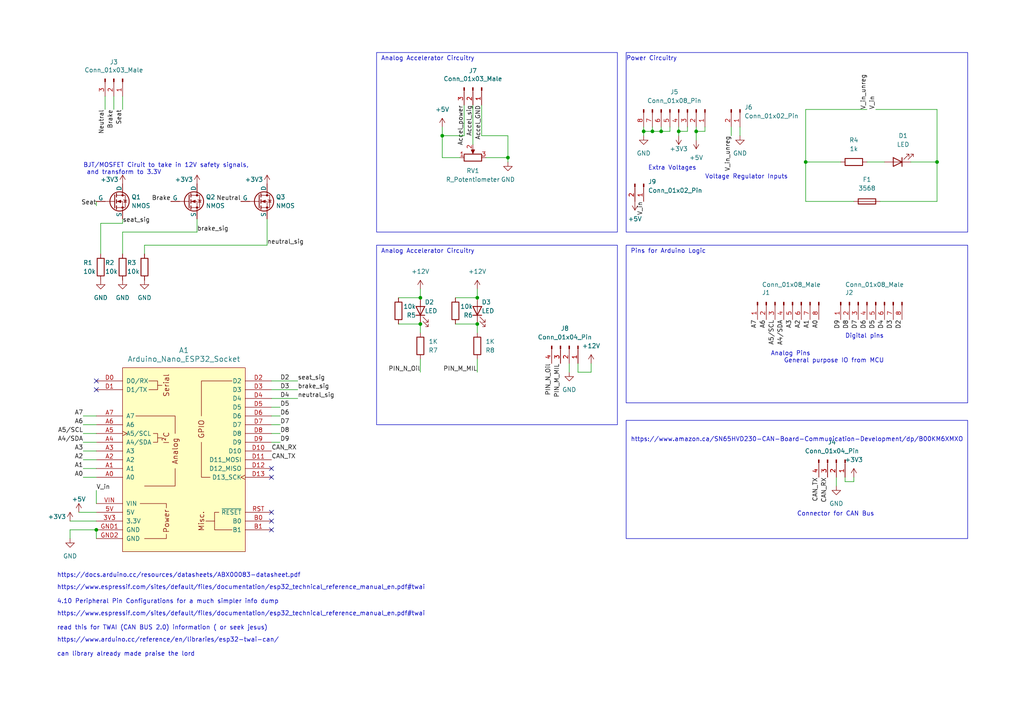
<source format=kicad_sch>
(kicad_sch (version 20231120) (generator "eeschema") (generator_version "8.0")
  (paper "A4")
  (lib_symbols
    (symbol "Connector:Conn_01x02_Pin" (pin_names (offset 1.016) hide)
      (property "Reference" "J" (at 0 2.54 0))
      (property "Value" "Conn_01x02_Pin" (at 0 -5.08 0))
      (symbol "Conn_01x02_Pin_1_1"
        (polyline (pts (xy 1.27 -2.54) (xy 0.8636 -2.54)) (stroke (width 0.1524)))
        (polyline (pts (xy 1.27 0) (xy 0.8636 0)) (stroke (width 0.1524)))
        (rectangle (start 0.8636 -2.413) (end 0 -2.667) (stroke (width 0.1524)) (fill (type outline)))
        (rectangle (start 0.8636 0.127) (end 0 -0.127) (stroke (width 0.1524)) (fill (type outline)))
        (pin passive line (at 5.08 0 180) (length 3.81) (name "Pin_1") (number "1"))
        (pin passive line (at 5.08 -2.54 180) (length 3.81) (name "Pin_2") (number "2"))
      )
    )
    (symbol "Connector:Conn_01x04_Pin" (pin_names (offset 1.016) hide)
      (property "Reference" "J" (at 0 5.08 0))
      (property "Value" "Conn_01x04_Pin" (at 0 -7.62 0))
      (symbol "Conn_01x04_Pin_1_1"
        (polyline (pts (xy 1.27 -5.08) (xy 0.8636 -5.08)) (stroke (width 0.1524)))
        (polyline (pts (xy 1.27 -2.54) (xy 0.8636 -2.54)) (stroke (width 0.1524)))
        (polyline (pts (xy 1.27 0) (xy 0.8636 0)) (stroke (width 0.1524)))
        (polyline (pts (xy 1.27 2.54) (xy 0.8636 2.54)) (stroke (width 0.1524)))
        (rectangle (start 0.8636 -4.953) (end 0 -5.207) (stroke (width 0.1524)) (fill (type outline)))
        (rectangle (start 0.8636 -2.413) (end 0 -2.667) (stroke (width 0.1524)) (fill (type outline)))
        (rectangle (start 0.8636 0.127) (end 0 -0.127) (stroke (width 0.1524)) (fill (type outline)))
        (rectangle (start 0.8636 2.667) (end 0 2.413) (stroke (width 0.1524)) (fill (type outline)))
        (pin passive line (at 5.08 2.54 180) (length 3.81) (name "Pin_1") (number "1"))
        (pin passive line (at 5.08 0 180) (length 3.81) (name "Pin_2") (number "2"))
        (pin passive line (at 5.08 -2.54 180) (length 3.81) (name "Pin_3") (number "3"))
        (pin passive line (at 5.08 -5.08 180) (length 3.81) (name "Pin_4") (number "4"))
      )
    )
    (symbol "Connector:Conn_01x08_Pin" (pin_names (offset 1.016) hide)
      (property "Reference" "J" (at 0 10.16 0))
      (property "Value" "Conn_01x08_Pin" (at 0 -12.7 0))
      (symbol "Conn_01x08_Pin_1_1"
        (polyline (pts (xy 1.27 -10.16) (xy 0.8636 -10.16)) (stroke (width 0.1524)))
        (polyline (pts (xy 1.27 -7.62) (xy 0.8636 -7.62)) (stroke (width 0.1524)))
        (polyline (pts (xy 1.27 -5.08) (xy 0.8636 -5.08)) (stroke (width 0.1524)))
        (polyline (pts (xy 1.27 -2.54) (xy 0.8636 -2.54)) (stroke (width 0.1524)))
        (polyline (pts (xy 1.27 0) (xy 0.8636 0)) (stroke (width 0.1524)))
        (polyline (pts (xy 1.27 2.54) (xy 0.8636 2.54)) (stroke (width 0.1524)))
        (polyline (pts (xy 1.27 5.08) (xy 0.8636 5.08)) (stroke (width 0.1524)))
        (polyline (pts (xy 1.27 7.62) (xy 0.8636 7.62)) (stroke (width 0.1524)))
        (rectangle (start 0.8636 -10.033) (end 0 -10.287) (stroke (width 0.1524)) (fill (type outline)))
        (rectangle (start 0.8636 -7.493) (end 0 -7.747) (stroke (width 0.1524)) (fill (type outline)))
        (rectangle (start 0.8636 -4.953) (end 0 -5.207) (stroke (width 0.1524)) (fill (type outline)))
        (rectangle (start 0.8636 -2.413) (end 0 -2.667) (stroke (width 0.1524)) (fill (type outline)))
        (rectangle (start 0.8636 0.127) (end 0 -0.127) (stroke (width 0.1524)) (fill (type outline)))
        (rectangle (start 0.8636 2.667) (end 0 2.413) (stroke (width 0.1524)) (fill (type outline)))
        (rectangle (start 0.8636 5.207) (end 0 4.953) (stroke (width 0.1524)) (fill (type outline)))
        (rectangle (start 0.8636 7.747) (end 0 7.493) (stroke (width 0.1524)) (fill (type outline)))
        (pin passive line (at 5.08 7.62 180) (length 3.81) (name "Pin_1") (number "1"))
        (pin passive line (at 5.08 5.08 180) (length 3.81) (name "Pin_2") (number "2"))
        (pin passive line (at 5.08 2.54 180) (length 3.81) (name "Pin_3") (number "3"))
        (pin passive line (at 5.08 0 180) (length 3.81) (name "Pin_4") (number "4"))
        (pin passive line (at 5.08 -2.54 180) (length 3.81) (name "Pin_5") (number "5"))
        (pin passive line (at 5.08 -5.08 180) (length 3.81) (name "Pin_6") (number "6"))
        (pin passive line (at 5.08 -7.62 180) (length 3.81) (name "Pin_7") (number "7"))
        (pin passive line (at 5.08 -10.16 180) (length 3.81) (name "Pin_8") (number "8"))
      )
    )
    (symbol "Device:Fuse" (pin_numbers hide) (pin_names (offset 0))
      (property "Reference" "F" (at 2.032 0 90))
      (property "Value" "Fuse" (at -1.905 0 90))
      (symbol "Fuse_0_1"
        (rectangle (start -0.762 -2.54) (end 0.762 2.54) (stroke (width 0.254)))
        (polyline (pts (xy 0 2.54) (xy 0 -2.54)))
      )
      (symbol "Fuse_1_1"
        (pin passive line (at 0 3.81 270) (length 1.27) (name "~") (number "1"))
        (pin passive line (at 0 -3.81 90) (length 1.27) (name "~") (number "2"))
      )
    )
    (symbol "Device:LED" (pin_numbers hide) (pin_names (offset 1.016) hide)
      (property "Reference" "D" (at 0 2.54 0))
      (property "Value" "LED" (at 0 -2.54 0))
      (symbol "LED_0_1"
        (polyline (pts (xy -1.27 -1.27) (xy -1.27 1.27)) (stroke (width 0.254)))
        (polyline (pts (xy -1.27 0) (xy 1.27 0)))
        (polyline (pts (xy 1.27 -1.27) (xy 1.27 1.27) (xy -1.27 0) (xy 1.27 -1.27)) (stroke (width 0.254)))
        (polyline (pts (xy -3.048 -0.762) (xy -4.572 -2.286) (xy -3.81 -2.286) (xy -4.572 -2.286) (xy -4.572 -1.524)))
        (polyline (pts (xy -1.778 -0.762) (xy -3.302 -2.286) (xy -2.54 -2.286) (xy -3.302 -2.286) (xy -3.302 -1.524)))
      )
      (symbol "LED_1_1"
        (pin passive line (at -3.81 0 0) (length 2.54) (name "K") (number "1"))
        (pin passive line (at 3.81 0 180) (length 2.54) (name "A") (number "2"))
      )
    )
    (symbol "Device:R" (pin_numbers hide) (pin_names (offset 0))
      (property "Reference" "R" (at 2.032 0 90))
      (property "Value" "R" (at 0 0 90))
      (symbol "R_0_1"
        (rectangle (start -1.016 -2.54) (end 1.016 2.54) (stroke (width 0.254)))
      )
      (symbol "R_1_1"
        (pin passive line (at 0 3.81 270) (length 1.27) (name "~") (number "1"))
        (pin passive line (at 0 -3.81 90) (length 1.27) (name "~") (number "2"))
      )
    )
    (symbol "Device:R_Potentiometer" (pin_names (offset 1.016) hide)
      (property "Reference" "RV" (at -4.445 0 90))
      (property "Value" "R_Potentiometer" (at -2.54 0 90))
      (symbol "R_Potentiometer_0_1"
        (polyline (pts (xy 2.54 0) (xy 1.524 0)))
        (polyline (pts (xy 1.143 0) (xy 2.286 0.508) (xy 2.286 -0.508) (xy 1.143 0)) (fill (type outline)))
        (rectangle (start 1.016 2.54) (end -1.016 -2.54) (stroke (width 0.254)))
      )
      (symbol "R_Potentiometer_1_1"
        (pin passive line (at 0 3.81 270) (length 1.27) (name "1") (number "1"))
        (pin passive line (at 3.81 0 180) (length 1.27) (name "2") (number "2"))
        (pin passive line (at 0 -3.81 90) (length 1.27) (name "3") (number "3"))
      )
    )
    (symbol "Motherboard_2023-rescue:Conn_01x03_Male-Connector" (pin_names (offset 1.016) hide)
      (property "Reference" "J" (at 0 5.08 0))
      (property "Value" "Connector_Conn_01x03_Male" (at 0 -5.08 0))
      (symbol "Conn_01x03_Male-Connector_1_1"
        (polyline (pts (xy 1.27 -2.54) (xy 0.8636 -2.54)) (stroke (width 0.1524)))
        (polyline (pts (xy 1.27 0) (xy 0.8636 0)) (stroke (width 0.1524)))
        (polyline (pts (xy 1.27 2.54) (xy 0.8636 2.54)) (stroke (width 0.1524)))
        (rectangle (start 0.8636 -2.413) (end 0 -2.667) (stroke (width 0.1524)) (fill (type outline)))
        (rectangle (start 0.8636 0.127) (end 0 -0.127) (stroke (width 0.1524)) (fill (type outline)))
        (rectangle (start 0.8636 2.667) (end 0 2.413) (stroke (width 0.1524)) (fill (type outline)))
        (pin passive line (at 5.08 2.54 180) (length 3.81) (name "Pin_1") (number "1"))
        (pin passive line (at 5.08 0 180) (length 3.81) (name "Pin_2") (number "2"))
        (pin passive line (at 5.08 -2.54 180) (length 3.81) (name "Pin_3") (number "3"))
      )
    )
    (symbol "Motherboard_2023-rescue:Conn_01x08_Male-Connector" (pin_names (offset 1.016) hide)
      (property "Reference" "J" (at 0 10.16 0))
      (property "Value" "Connector_Conn_01x08_Male" (at 0 -12.7 0))
      (symbol "Conn_01x08_Male-Connector_1_1"
        (polyline (pts (xy 1.27 -10.16) (xy 0.8636 -10.16)) (stroke (width 0.1524)))
        (polyline (pts (xy 1.27 -7.62) (xy 0.8636 -7.62)) (stroke (width 0.1524)))
        (polyline (pts (xy 1.27 -5.08) (xy 0.8636 -5.08)) (stroke (width 0.1524)))
        (polyline (pts (xy 1.27 -2.54) (xy 0.8636 -2.54)) (stroke (width 0.1524)))
        (polyline (pts (xy 1.27 0) (xy 0.8636 0)) (stroke (width 0.1524)))
        (polyline (pts (xy 1.27 2.54) (xy 0.8636 2.54)) (stroke (width 0.1524)))
        (polyline (pts (xy 1.27 5.08) (xy 0.8636 5.08)) (stroke (width 0.1524)))
        (polyline (pts (xy 1.27 7.62) (xy 0.8636 7.62)) (stroke (width 0.1524)))
        (rectangle (start 0.8636 -10.033) (end 0 -10.287) (stroke (width 0.1524)) (fill (type outline)))
        (rectangle (start 0.8636 -7.493) (end 0 -7.747) (stroke (width 0.1524)) (fill (type outline)))
        (rectangle (start 0.8636 -4.953) (end 0 -5.207) (stroke (width 0.1524)) (fill (type outline)))
        (rectangle (start 0.8636 -2.413) (end 0 -2.667) (stroke (width 0.1524)) (fill (type outline)))
        (rectangle (start 0.8636 0.127) (end 0 -0.127) (stroke (width 0.1524)) (fill (type outline)))
        (rectangle (start 0.8636 2.667) (end 0 2.413) (stroke (width 0.1524)) (fill (type outline)))
        (rectangle (start 0.8636 5.207) (end 0 4.953) (stroke (width 0.1524)) (fill (type outline)))
        (rectangle (start 0.8636 7.747) (end 0 7.493) (stroke (width 0.1524)) (fill (type outline)))
        (pin passive line (at 5.08 7.62 180) (length 3.81) (name "Pin_1") (number "1"))
        (pin passive line (at 5.08 5.08 180) (length 3.81) (name "Pin_2") (number "2"))
        (pin passive line (at 5.08 2.54 180) (length 3.81) (name "Pin_3") (number "3"))
        (pin passive line (at 5.08 0 180) (length 3.81) (name "Pin_4") (number "4"))
        (pin passive line (at 5.08 -2.54 180) (length 3.81) (name "Pin_5") (number "5"))
        (pin passive line (at 5.08 -5.08 180) (length 3.81) (name "Pin_6") (number "6"))
        (pin passive line (at 5.08 -7.62 180) (length 3.81) (name "Pin_7") (number "7"))
        (pin passive line (at 5.08 -10.16 180) (length 3.81) (name "Pin_8") (number "8"))
      )
    )
    (symbol "Simulation_SPICE:NMOS" (pin_numbers hide) (pin_names (offset 0))
      (property "Reference" "Q" (at 5.08 1.27 0))
      (property "Value" "NMOS" (at 5.08 -1.27 0))
      (symbol "NMOS_0_1"
        (polyline (pts (xy 0.254 0) (xy -2.54 0)))
        (polyline (pts (xy 0.254 1.905) (xy 0.254 -1.905)) (stroke (width 0.254)))
        (polyline (pts (xy 0.762 -1.27) (xy 0.762 -2.286)) (stroke (width 0.254)))
        (polyline (pts (xy 0.762 0.508) (xy 0.762 -0.508)) (stroke (width 0.254)))
        (polyline (pts (xy 0.762 2.286) (xy 0.762 1.27)) (stroke (width 0.254)))
        (polyline (pts (xy 2.54 2.54) (xy 2.54 1.778)))
        (polyline (pts (xy 2.54 -2.54) (xy 2.54 0) (xy 0.762 0)))
        (polyline (pts (xy 0.762 -1.778) (xy 3.302 -1.778) (xy 3.302 1.778) (xy 0.762 1.778)))
        (polyline (pts (xy 1.016 0) (xy 2.032 0.381) (xy 2.032 -0.381) (xy 1.016 0)) (fill (type outline)))
        (polyline (pts (xy 2.794 0.508) (xy 2.921 0.381) (xy 3.683 0.381) (xy 3.81 0.254)))
        (polyline (pts (xy 3.302 0.381) (xy 2.921 -0.254) (xy 3.683 -0.254) (xy 3.302 0.381)))
        (circle (center 1.651 0) (radius 2.794) (stroke (width 0.254)))
        (circle (center 2.54 -1.778) (radius 0.254) (fill (type outline)))
        (circle (center 2.54 1.778) (radius 0.254) (fill (type outline)))
      )
      (symbol "NMOS_1_1"
        (pin passive line (at 2.54 5.08 270) (length 2.54) (name "D") (number "1"))
        (pin input line (at -5.08 0 0) (length 2.54) (name "G") (number "2"))
        (pin passive line (at 2.54 -5.08 90) (length 2.54) (name "S") (number "3"))
      )
    )
    (symbol "arduino-library:Arduino_Nano_ESP32_Socket" (pin_names (offset 1.016))
      (property "Reference" "A" (at 0 33.02 0))
      (property "Value" "Arduino_Nano_ESP32_Socket" (at 0 29.21 0))
      (symbol "Arduino_Nano_ESP32_Socket_0_0"
        (rectangle (start -17.78 26.67) (end 17.78 -26.67) (fill (type background)))
        (polyline (pts (xy -7.62 6.35) (xy -6.35 6.35)))
        (polyline (pts (xy -7.62 21.59) (xy -6.35 21.59)))
        (polyline (pts (xy 8.89 -17.78) (xy 6.35 -17.78)))
        (polyline (pts (xy -11.43 -22.86) (xy -5.08 -22.86) (xy -5.08 -21.59)))
        (polyline (pts (xy -5.08 -13.97) (xy -5.08 -12.7) (xy -12.7 -12.7)))
        (polyline (pts (xy -10.16 22.86) (xy -7.62 22.86) (xy -7.62 20.32) (xy -10.16 20.32)))
        (polyline (pts (xy -8.89 7.62) (xy -7.62 7.62) (xy -7.62 5.08) (xy -8.89 5.08)))
        (text "Analog" (at -2.54 2.54 900) (effects (font (size 1.524 1.524))))
        (text "I²C" (at -5.08 6.35 900) (effects (font (size 1.524 1.524))))
        (text "Misc." (at 5.08 -17.78 900) (effects (font (size 1.524 1.524))))
        (text "Power" (at -5.08 -17.78 900) (effects (font (size 1.524 1.524))))
        (text "Serial" (at -5.08 21.59 900) (effects (font (size 1.524 1.524))))
      )
      (symbol "Arduino_Nano_ESP32_Socket_0_1"
        (polyline (pts (xy -13.97 12.7) (xy -2.54 12.7) (xy -2.54 7.62)))
        (polyline (pts (xy -11.43 -7.62) (xy -2.54 -7.62) (xy -2.54 -2.54)))
        (polyline (pts (xy 7.62 -5.08) (xy 5.08 -5.08) (xy 5.08 5.08)))
        (polyline (pts (xy 13.97 22.86) (xy 5.08 22.86) (xy 5.08 12.7)))
        (polyline (pts (xy 10.16 -15.24) (xy 8.89 -15.24) (xy 8.89 -20.32) (xy 13.97 -20.32)))
      )
      (symbol "Arduino_Nano_ESP32_Socket_1_0"
        (text "GPIO" (at 5.08 8.89 900) (effects (font (size 1.524 1.524))))
      )
      (symbol "Arduino_Nano_ESP32_Socket_1_1"
        (pin power_out line (at -25.4 -17.78 0) (length 7.62) (name "3.3V") (number "3V3"))
        (pin power_in line (at -25.4 -15.24 0) (length 7.62) (name "5V") (number "5V"))
        (pin bidirectional line (at -25.4 -5.08 0) (length 7.62) (name "A0") (number "A0"))
        (pin bidirectional line (at -25.4 -2.54 0) (length 7.62) (name "A1") (number "A1"))
        (pin bidirectional line (at -25.4 0 0) (length 7.62) (name "A2") (number "A2"))
        (pin bidirectional line (at -25.4 2.54 0) (length 7.62) (name "A3") (number "A3"))
        (pin bidirectional line (at -25.4 5.08 0) (length 7.62) (name "A4/SDA") (number "A4"))
        (pin bidirectional clock (at -25.4 7.62 0) (length 7.62) (name "A5/SCL") (number "A5"))
        (pin input line (at -25.4 10.16 0) (length 7.62) (name "A6") (number "A6"))
        (pin input line (at -25.4 12.7 0) (length 7.62) (name "A7") (number "A7"))
        (pin bidirectional line (at 25.4 -17.78 180) (length 7.62) (name "B0") (number "B0"))
        (pin bidirectional line (at 25.4 -20.32 180) (length 7.62) (name "B1") (number "B1"))
        (pin bidirectional line (at -25.4 22.86 0) (length 7.62) (name "D0/RX") (number "D0"))
        (pin bidirectional line (at -25.4 20.32 0) (length 7.62) (name "D1/TX") (number "D1"))
        (pin bidirectional line (at 25.4 2.54 180) (length 7.62) (name "D10") (number "D10"))
        (pin bidirectional line (at 25.4 0 180) (length 7.62) (name "D11_MOSI") (number "D11"))
        (pin bidirectional line (at 25.4 -2.54 180) (length 7.62) (name "D12_MISO") (number "D12"))
        (pin bidirectional clock (at 25.4 -5.08 180) (length 7.62) (name "D13_SCK") (number "D13"))
        (pin bidirectional line (at 25.4 22.86 180) (length 7.62) (name "D2") (number "D2"))
        (pin bidirectional line (at 25.4 20.32 180) (length 7.62) (name "D3") (number "D3"))
        (pin bidirectional line (at 25.4 17.78 180) (length 7.62) (name "D4") (number "D4"))
        (pin bidirectional line (at 25.4 15.24 180) (length 7.62) (name "D5") (number "D5"))
        (pin bidirectional line (at 25.4 12.7 180) (length 7.62) (name "D6") (number "D6"))
        (pin bidirectional line (at 25.4 10.16 180) (length 7.62) (name "D7") (number "D7"))
        (pin bidirectional line (at 25.4 7.62 180) (length 7.62) (name "D8") (number "D8"))
        (pin bidirectional line (at 25.4 5.08 180) (length 7.62) (name "D9") (number "D9"))
        (pin power_in line (at -25.4 -20.32 0) (length 7.62) (name "GND") (number "GND1"))
        (pin power_in line (at -25.4 -22.86 0) (length 7.62) (name "GND") (number "GND2"))
        (pin open_collector line (at 25.4 -15.24 180) (length 7.62) (name "~{RESET}") (number "RST"))
        (pin power_in line (at -25.4 -12.7 0) (length 7.62) (name "VIN") (number "VIN"))
      )
    )
    (symbol "power:+12V" (power) (pin_names (offset 0))
      (property "Value" "+12V" (at 0 3.556 0))
      (symbol "+12V_0_1"
        (polyline (pts (xy -0.762 1.27) (xy 0 2.54)))
        (polyline (pts (xy 0 0) (xy 0 2.54)))
        (polyline (pts (xy 0 2.54) (xy 0.762 1.27)))
      )
      (symbol "+12V_1_1"
        (pin power_in line (at 0 0 90) (length 0) hide (name "+12V") (number "1"))
      )
    )
    (symbol "power:+3V3" (power) (pin_names (offset 0))
      (property "Value" "+3V3" (at 0 3.556 0))
      (symbol "+3V3_0_1"
        (polyline (pts (xy -0.762 1.27) (xy 0 2.54)))
        (polyline (pts (xy 0 0) (xy 0 2.54)))
        (polyline (pts (xy 0 2.54) (xy 0.762 1.27)))
      )
      (symbol "+3V3_1_1"
        (pin power_in line (at 0 0 90) (length 0) hide (name "+3V3") (number "1"))
      )
    )
    (symbol "power:+5V" (power) (pin_names (offset 0))
      (property "Value" "+5V" (at 0 3.556 0))
      (symbol "+5V_0_1"
        (polyline (pts (xy -0.762 1.27) (xy 0 2.54)))
        (polyline (pts (xy 0 0) (xy 0 2.54)))
        (polyline (pts (xy 0 2.54) (xy 0.762 1.27)))
      )
      (symbol "+5V_1_1"
        (pin power_in line (at 0 0 90) (length 0) hide (name "+5V") (number "1"))
      )
    )
    (symbol "power:GND" (power) (pin_names (offset 0))
      (property "Value" "GND" (at 0 -3.81 0))
      (symbol "GND_0_1"
        (polyline (pts (xy 0 0) (xy 0 -1.27) (xy 1.27 -1.27) (xy 0 -2.54) (xy -1.27 -1.27) (xy 0 -1.27)))
      )
      (symbol "GND_1_1"
        (pin power_in line (at 0 0 270) (length 0) hide (name "GND") (number "1"))
      )
    )
  )
  (junction (at 138.43 93.98))
  (junction (at 121.92 93.98))
  (junction (at 233.68 46.99))
  (junction (at 271.78 46.99))
  (junction (at 201.93 38.1))
  (junction (at 186.69 38.1))
  (junction (at 121.92 86.36))
  (junction (at 128.27 39.37))
  (junction (at 196.85 38.1))
  (junction (at 138.43 86.36))
  (junction (at 189.23 38.1))
  (junction (at 147.32 45.72))
  (junction (at 191.77 38.1))
  (junction (at 27.94 153.67))
  (no_connect (at 78.74 151.13))
  (no_connect (at 78.74 135.89))
  (no_connect (at 78.74 148.59))
  (no_connect (at 27.94 113.03))
  (no_connect (at 78.74 138.43))
  (no_connect (at 78.74 153.67))
  (no_connect (at 27.94 110.49))
  (wire (pts (xy 24.13 130.81) (xy 27.94 130.81)))
  (wire (pts (xy 196.85 38.1) (xy 196.85 36.83)))
  (wire (pts (xy 27.94 153.67) (xy 27.94 156.21)))
  (wire (pts (xy 128.27 36.83) (xy 128.27 39.37)))
  (wire (pts (xy 24.13 133.35) (xy 27.94 133.35)))
  (wire (pts (xy 214.63 36.83) (xy 214.63 39.37)))
  (wire (pts (xy 78.74 115.57) (xy 86.36 115.57)))
  (wire (pts (xy 33.02 27.94) (xy 33.02 31.75)))
  (wire (pts (xy 171.45 107.95) (xy 167.64 107.95)))
  (wire (pts (xy 140.97 45.72) (xy 147.32 45.72)))
  (wire (pts (xy 247.65 58.42) (xy 233.68 58.42)))
  (wire (pts (xy 121.92 104.14) (xy 121.92 107.95)))
  (wire (pts (xy 81.28 128.27) (xy 78.74 128.27)))
  (wire (pts (xy 29.21 64.77) (xy 29.21 73.66)))
  (wire (pts (xy 20.32 153.67) (xy 20.32 156.21)))
  (wire (pts (xy 201.93 36.83) (xy 201.93 38.1)))
  (wire (pts (xy 77.47 63.5) (xy 77.47 71.12)))
  (wire (pts (xy 35.56 64.77) (xy 29.21 64.77)))
  (wire (pts (xy 251.46 31.75) (xy 233.68 31.75)))
  (wire (pts (xy 81.28 120.65) (xy 78.74 120.65)))
  (wire (pts (xy 147.32 45.72) (xy 147.32 46.99)))
  (wire (pts (xy 115.57 86.36) (xy 121.92 86.36)))
  (wire (pts (xy 134.62 30.48) (xy 134.62 39.37)))
  (wire (pts (xy 41.91 71.12) (xy 41.91 73.66)))
  (wire (pts (xy 199.39 38.1) (xy 196.85 38.1)))
  (wire (pts (xy 204.47 38.1) (xy 204.47 36.83)))
  (wire (pts (xy 121.92 83.82) (xy 121.92 86.36)))
  (wire (pts (xy 271.78 31.75) (xy 271.78 46.99)))
  (wire (pts (xy 24.13 120.65) (xy 27.94 120.65)))
  (wire (pts (xy 201.93 38.1) (xy 201.93 40.64)))
  (wire (pts (xy 132.08 86.36) (xy 138.43 86.36)))
  (wire (pts (xy 212.09 39.37) (xy 212.09 36.83)))
  (wire (pts (xy 35.56 63.5) (xy 35.56 64.77)))
  (wire (pts (xy 128.27 39.37) (xy 128.27 45.72)))
  (wire (pts (xy 77.47 71.12) (xy 41.91 71.12)))
  (wire (pts (xy 138.43 104.14) (xy 138.43 107.95)))
  (wire (pts (xy 121.92 93.98) (xy 115.57 93.98)))
  (wire (pts (xy 233.68 31.75) (xy 233.68 46.99)))
  (wire (pts (xy 245.11 138.43) (xy 245.11 139.7)))
  (wire (pts (xy 251.46 46.99) (xy 256.54 46.99)))
  (wire (pts (xy 35.56 67.31) (xy 35.56 73.66)))
  (wire (pts (xy 24.13 138.43) (xy 27.94 138.43)))
  (wire (pts (xy 134.62 39.37) (xy 128.27 39.37)))
  (wire (pts (xy 196.85 39.37) (xy 196.85 38.1)))
  (wire (pts (xy 24.13 123.19) (xy 27.94 123.19)))
  (wire (pts (xy 189.23 36.83) (xy 189.23 38.1)))
  (wire (pts (xy 78.74 110.49) (xy 86.36 110.49)))
  (wire (pts (xy 139.7 30.48) (xy 139.7 39.37)))
  (wire (pts (xy 233.68 46.99) (xy 243.84 46.99)))
  (wire (pts (xy 194.31 36.83) (xy 194.31 38.1)))
  (wire (pts (xy 189.23 38.1) (xy 186.69 38.1)))
  (wire (pts (xy 132.08 93.98) (xy 138.43 93.98)))
  (wire (pts (xy 121.92 93.98) (xy 121.92 96.52)))
  (wire (pts (xy 191.77 36.83) (xy 191.77 38.1)))
  (wire (pts (xy 128.27 45.72) (xy 133.35 45.72)))
  (wire (pts (xy 271.78 46.99) (xy 271.78 58.42)))
  (wire (pts (xy 167.64 107.95) (xy 167.64 105.41)))
  (wire (pts (xy 138.43 83.82) (xy 138.43 86.36)))
  (wire (pts (xy 20.32 151.13) (xy 27.94 151.13)))
  (wire (pts (xy 242.57 138.43) (xy 242.57 140.97)))
  (wire (pts (xy 78.74 113.03) (xy 86.36 113.03)))
  (wire (pts (xy 247.65 138.43) (xy 247.65 139.7)))
  (wire (pts (xy 137.16 30.48) (xy 137.16 41.91)))
  (wire (pts (xy 81.28 118.11) (xy 78.74 118.11)))
  (wire (pts (xy 24.13 128.27) (xy 27.94 128.27)))
  (wire (pts (xy 147.32 39.37) (xy 147.32 45.72)))
  (wire (pts (xy 264.16 46.99) (xy 271.78 46.99)))
  (wire (pts (xy 171.45 105.41) (xy 171.45 107.95)))
  (wire (pts (xy 186.69 38.1) (xy 186.69 39.37)))
  (wire (pts (xy 57.15 63.5) (xy 57.15 67.31)))
  (wire (pts (xy 165.1 105.41) (xy 165.1 107.95)))
  (wire (pts (xy 27.94 142.24) (xy 27.94 146.05)))
  (wire (pts (xy 81.28 123.19) (xy 78.74 123.19)))
  (wire (pts (xy 24.13 125.73) (xy 27.94 125.73)))
  (wire (pts (xy 138.43 93.98) (xy 138.43 96.52)))
  (wire (pts (xy 233.68 58.42) (xy 233.68 46.99)))
  (wire (pts (xy 254 31.75) (xy 271.78 31.75)))
  (wire (pts (xy 186.69 36.83) (xy 186.69 38.1)))
  (wire (pts (xy 199.39 36.83) (xy 199.39 38.1)))
  (wire (pts (xy 24.13 135.89) (xy 27.94 135.89)))
  (wire (pts (xy 194.31 38.1) (xy 191.77 38.1)))
  (wire (pts (xy 22.86 148.59) (xy 27.94 148.59)))
  (wire (pts (xy 245.11 139.7) (xy 247.65 139.7)))
  (wire (pts (xy 271.78 58.42) (xy 255.27 58.42)))
  (wire (pts (xy 201.93 38.1) (xy 204.47 38.1)))
  (wire (pts (xy 139.7 39.37) (xy 147.32 39.37)))
  (wire (pts (xy 57.15 67.31) (xy 35.56 67.31)))
  (wire (pts (xy 81.28 125.73) (xy 78.74 125.73)))
  (wire (pts (xy 30.48 27.94) (xy 30.48 31.75)))
  (wire (pts (xy 191.77 38.1) (xy 189.23 38.1)))
  (wire (pts (xy 27.94 58.42) (xy 27.94 59.69)))
  (wire (pts (xy 27.94 153.67) (xy 20.32 153.67)))
  (wire (pts (xy 35.56 27.94) (xy 35.56 31.75)))
  (rectangle (start 181.61 121.92) (end 280.67 156.21))
  (rectangle (start 181.61 71.12) (end 280.67 116.84))
  (rectangle (start 109.22 15.24) (end 179.07 67.31))
  (rectangle (start 181.61 15.24) (end 280.67 67.31))
  (rectangle (start 109.22 71.12) (end 179.07 123.19))
  (text "Power Circuitry\n" (at 181.61 17.78 0) (effects (font (size 1.27 1.27)) (justify left bottom)))
  (text "Extra Voltages\n" (at 187.96 49.53 0) (effects (font (size 1.27 1.27)) (justify left bottom)))
  (text "Pins for Arduino Logic\n" (at 182.88 73.66 0) (effects (font (size 1.27 1.27)) (justify left bottom)))
  (text "https://docs.arduino.cc/resources/datasheets/ABX00083-datasheet.pdf" (at 16.51 167.64 0) (effects (font (size 1.27 1.27)) (justify left bottom)))
  (text "https://www.amazon.ca/SN65HVD230-CAN-Board-Communication-Development/dp/B00KM6XMXO" (at 279.4 128.27 0) (effects (font (size 1.27 1.27)) (justify right bottom)))
  (text "Digital pins\n\n" (at 245.11 100.33 0) (effects (font (size 1.27 1.27)) (justify left bottom)))
  (text "Voltage Regulator Inputs\n" (at 204.47 52.07 0) (effects (font (size 1.27 1.27)) (justify left bottom)))
  (text "https://www.espressif.com/sites/default/files/documentation/esp32_technical_reference_manual_en.pdf#twai\n\n4.10 Peripheral Pin Configurations for a much simpler info dump\n" (at 16.51 175.26 0) (effects (font (size 1.27 1.27)) (justify left bottom)))
  (text "Analog Accelerator Circuitry\n" (at 110.49 73.66 0) (effects (font (size 1.27 1.27)) (justify left bottom)))
  (text "Connector for CAN Bus\n" (at 231.14 149.86 0) (effects (font (size 1.27 1.27)) (justify left bottom)))
  (text "https://www.arduino.cc/reference/en/libraries/esp32-twai-can/\n\ncan library already made praise the lord" (at 16.51 190.5 0) (effects (font (size 1.27 1.27)) (justify left bottom)))
  (text "https://www.espressif.com/sites/default/files/documentation/esp32_technical_reference_manual_en.pdf#twai\n\nread this for TWAI (CAN BUS 2.0) information ( or seek jesus)\n" (at 16.51 182.88 0) (effects (font (size 1.27 1.27)) (justify left bottom)))
  (text "General purpose IO from MCU\n" (at 227.33 105.41 0) (effects (font (size 1.27 1.27)) (justify left bottom)))
  (text "Analog Accelerator Circuitry\n" (at 110.49 17.78 0) (effects (font (size 1.27 1.27)) (justify left bottom)))
  (text "Analog Pins\n\n" (at 223.52 105.41 0) (effects (font (size 1.27 1.27)) (justify left bottom)))
  (text "BJT/MOSFET Ciruit to take in 12V safety signals,\n and transform to 3.3V\n" (at 24.13 50.8 0) (effects (font (size 1.27 1.27)) (justify left bottom)))
  (label "Neutral" (at 30.48 31.75 270))
  (label "D6" (at 251.46 92.71 270))
  (label "A2" (at 24.13 133.35 180))
  (label "D7" (at 248.92 92.71 270))
  (label "A3" (at 229.87 92.71 270))
  (label "A0" (at 237.49 92.71 270))
  (label "Neutral" (at 69.85 58.42 180))
  (label "V_in" (at 186.69 58.42 270))
  (label "Accel_GND" (at 139.7 30.48 270))
  (label "A4{slash}SDA" (at 227.33 92.71 270))
  (label "Accel_power" (at 134.62 30.48 270))
  (label "neutral_sig" (at 86.36 115.57 0))
  (label "D4" (at 256.54 92.71 270))
  (label "brake_sig" (at 86.36 113.03 0))
  (label "D9" (at 81.28 128.27 0))
  (label "D2" (at 261.62 92.71 270))
  (label "neutral_sig" (at 77.47 71.12 0))
  (label "D6" (at 81.28 120.65 0))
  (label "D3" (at 259.08 92.71 270))
  (label "PIN_M_MIL" (at 162.56 105.41 270))
  (label "A1" (at 24.13 135.89 180))
  (label "A4{slash}SDA" (at 24.13 128.27 180))
  (label "D3" (at 81.28 113.03 0))
  (label "seat_sig" (at 86.36 110.49 0))
  (label "A5{slash}SCL" (at 224.79 92.71 270))
  (label "A5{slash}SCL" (at 24.13 125.73 180))
  (label "V_in_unreg" (at 251.46 31.75 90))
  (label "CAN_TX" (at 237.49 138.43 270))
  (label "D8" (at 81.28 125.73 0))
  (label "PIN_N_Oil" (at 160.02 105.41 270))
  (label "D4" (at 81.28 115.57 0))
  (label "D8" (at 246.38 92.71 270))
  (label "Brake" (at 49.53 58.42 180))
  (label "CAN_RX" (at 240.03 138.43 270))
  (label "D9" (at 243.84 92.71 270))
  (label "D2" (at 81.28 110.49 0))
  (label "A7" (at 24.13 120.65 180))
  (label "brake_sig" (at 57.15 67.31 0))
  (label "PIN_M_MIL" (at 138.43 107.95 180))
  (label "Seat" (at 35.56 31.75 270))
  (label "D7" (at 81.28 123.19 0))
  (label "D5" (at 254 92.71 270))
  (label "seat_sig" (at 35.56 64.77 0))
  (label "V_in" (at 254 31.75 90))
  (label "Brake" (at 33.02 31.75 270))
  (label "A3" (at 24.13 130.81 180))
  (label "A1" (at 234.95 92.71 270))
  (label "V_in_unreg" (at 212.09 39.37 270))
  (label "CAN_RX" (at 78.74 130.81 0))
  (label "D5" (at 81.28 118.11 0))
  (label "CAN_TX" (at 78.74 133.35 0))
  (label "V_in" (at 27.94 142.24 0))
  (label "Accel_sig" (at 137.16 30.48 270))
  (label "A7" (at 219.71 92.71 270))
  (label "PIN_N_Oil" (at 121.92 107.95 180))
  (label "A0" (at 24.13 138.43 180))
  (label "A6" (at 24.13 123.19 180))
  (label "A2" (at 232.41 92.71 270))
  (label "Seat" (at 27.94 59.69 180))
  (label "A6" (at 222.25 92.71 270))
  (symbol (lib_id "Device:R") (at 29.21 77.47 0) (unit 1)
    (property "Reference" "R1" (at 24.13 76.2 0) (effects (justify left)))
    (property "Value" "10k" (at 24.13 78.74 0) (effects (justify left)))
    (property "Footprint" "Resistor_THT:R_Axial_DIN0207_L6.3mm_D2.5mm_P10.16mm_Horizontal" (effects (hide yes)))
  )
  (symbol (lib_id "power:GND") (at 242.57 140.97 0) (unit 1)
    (property "Reference" "#PWR03" (effects (hide yes)))
    (property "Value" "GND" (at 242.57 146.05 0))
  )
  (symbol (lib_id "Device:R") (at 115.57 90.17 180) (unit 1)
    (property "Reference" "R5" (at 120.65 91.44 0) (effects (justify left)))
    (property "Value" "10k" (at 120.65 88.9 0) (effects (justify left)))
    (property "Footprint" "Resistor_THT:R_Axial_DIN0207_L6.3mm_D2.5mm_P10.16mm_Horizontal" (effects (hide yes)))
  )
  (symbol (lib_id "power:GND") (at 41.91 81.28 0) (unit 1)
    (property "Reference" "#PWR010" (effects (hide yes)))
    (property "Value" "GND" (at 41.91 86.36 0))
  )
  (symbol (lib_id "Device:LED") (at 138.43 90.17 90) (unit 1)
    (property "Reference" "D3" (at 139.7 87.63 90) (effects (justify right)))
    (property "Value" "LED" (at 139.7 90.17 90) (effects (justify right)))
    (property "Footprint" "LED_THT:LED_D5.0mm" (effects (hide yes)))
  )
  (symbol (lib_id "power:+3V3") (at 77.47 53.34 0) (unit 1)
    (property "Reference" "#PWR013" (effects (hide yes)))
    (property "Value" "+3V3" (at 73.66 52.07 0))
  )
  (symbol (lib_id "Connector:Conn_01x02_Pin") (at 186.69 53.34 270) (unit 1)
    (property "Reference" "J9" (at 187.96 52.705 90) (effects (justify left)))
    (property "Value" "Conn_01x02_Pin" (at 187.96 55.245 90) (effects (justify left)))
    (property "Footprint" "Connector_PinHeader_2.54mm:PinHeader_1x02_P2.54mm_Vertical" (effects (hide yes)))
    (property "Datasheet" "  (effects (font (size 1.27 1.27)) (justify left bottom))" (effects (hide yes)))
  )
  (symbol (lib_id "power:+5V") (at 128.27 36.83 0) (unit 1)
    (property "Reference" "#PWR015" (effects (hide yes)))
    (property "Value" "+5V" (at 128.27 31.75 0))
  )
  (symbol (lib_id "Connector:Conn_01x08_Pin") (at 196.85 31.75 270) (unit 1)
    (property "Reference" "J5" (at 195.58 26.67 90))
    (property "Value" "Conn_01x08_Pin" (at 195.58 29.21 90))
    (property "Footprint" "Connector_PinHeader_2.54mm:PinHeader_1x08_P2.54mm_Vertical" (effects (hide yes)))
  )
  (symbol (lib_id "Motherboard_2023-rescue:Conn_01x03_Male-Connector") (at 137.16 25.4 270) (unit 1)
    (property "Reference" "J7" (at 137.16 20.5486 90))
    (property "Value" "Conn_01x03_Male" (at 137.16 22.86 90))
    (property "Footprint" "TerminalBlock_Phoenix:TerminalBlock_Phoenix_MKDS-3-3-5.08_1x03_P5.08mm_Horizontal" (effects (hide yes)))
  )
  (symbol (lib_id "power:+5V") (at 201.93 40.64 180) (unit 1)
    (property "Reference" "#PWR04" (effects (hide yes)))
    (property "Value" "+5V" (at 201.93 45.72 0))
  )
  (symbol (lib_id "power:+3V3") (at 57.15 53.34 0) (unit 1)
    (property "Reference" "#PWR012" (effects (hide yes)))
    (property "Value" "+3V3" (at 53.34 52.07 0))
  )
  (symbol (lib_id "power:GND") (at 35.56 81.28 0) (unit 1)
    (property "Reference" "#PWR09" (effects (hide yes)))
    (property "Value" "GND" (at 35.56 86.36 0))
  )
  (symbol (lib_id "Device:R") (at 41.91 77.47 0) (unit 1)
    (property "Reference" "R3" (at 36.83 76.2 0) (effects (justify left)))
    (property "Value" "10k" (at 36.83 78.74 0) (effects (justify left)))
    (property "Footprint" "Resistor_THT:R_Axial_DIN0207_L6.3mm_D2.5mm_P10.16mm_Horizontal" (effects (hide yes)))
  )
  (symbol (lib_id "Motherboard_2023-rescue:Conn_01x08_Male-Connector") (at 251.46 87.63 90) (mirror x) (unit 1)
    (property "Reference" "J2" (at 245.11 84.8614 90) (effects (justify right)))
    (property "Value" "Conn_01x08_Male" (at 245.11 82.55 90) (effects (justify right)))
    (property "Footprint" "TerminalBlock_Phoenix:TerminalBlock_Phoenix_MKDS-1,5-8-5.08_1x08_P5.08mm_Horizontal" (effects (hide yes)))
  )
  (symbol (lib_id "power:GND") (at 165.1 107.95 0) (unit 1)
    (property "Reference" "#PWR019" (effects (hide yes)))
    (property "Value" "GND" (at 165.1 113.03 0))
  )
  (symbol (lib_id "power:+3V3") (at 247.65 138.43 0) (unit 1)
    (property "Reference" "#PWR02" (effects (hide yes)))
    (property "Value" "+3V3" (at 247.65 133.35 0))
  )
  (symbol (lib_id "Device:R") (at 247.65 46.99 90) (unit 1)
    (property "Reference" "R4" (at 247.65 40.64 90))
    (property "Value" "1k" (at 247.65 43.18 90))
    (property "Footprint" "Resistor_THT:R_Axial_DIN0207_L6.3mm_D2.5mm_P10.16mm_Horizontal" (effects (hide yes)))
  )
  (symbol (lib_id "Device:R") (at 35.56 77.47 0) (unit 1)
    (property "Reference" "R2" (at 30.48 76.2 0) (effects (justify left)))
    (property "Value" "10k" (at 30.48 78.74 0) (effects (justify left)))
    (property "Footprint" "Resistor_THT:R_Axial_DIN0207_L6.3mm_D2.5mm_P10.16mm_Horizontal" (effects (hide yes)))
  )
  (symbol (lib_id "arduino-library:Arduino_Nano_ESP32_Socket") (at 53.34 133.35 0) (unit 1)
    (property "Reference" "A1" (at 53.34 101.6 0) (effects (font (size 1.524 1.524))))
    (property "Value" "Arduino_Nano_ESP32_Socket" (at 53.34 104.14 0) (effects (font (size 1.524 1.524))))
    (property "Footprint" "arduino-library:Arduino_Nano_ESP32_Socket" (effects (hide yes)))
    (property "Datasheet" "https://docs.arduino.cc/hardware/nano-esp32" (effects (hide yes)))
  )
  (symbol (lib_id "power:GND") (at 147.32 46.99 0) (unit 1)
    (property "Reference" "#PWR017" (effects (hide yes)))
    (property "Value" "GND" (at 147.32 52.07 0))
  )
  (symbol (lib_id "Device:LED") (at 260.35 46.99 180) (unit 1)
    (property "Reference" "D1" (at 261.9375 39.37 0))
    (property "Value" "LED" (at 261.9375 41.91 0))
    (property "Footprint" "LED_THT:LED_D5.0mm" (effects (hide yes)))
  )
  (symbol (lib_id "Device:R") (at 132.08 90.17 180) (unit 1)
    (property "Reference" "R6" (at 137.16 91.44 0) (effects (justify left)))
    (property "Value" "10k" (at 137.16 88.9 0) (effects (justify left)))
    (property "Footprint" "Resistor_THT:R_Axial_DIN0207_L6.3mm_D2.5mm_P10.16mm_Horizontal" (effects (hide yes)))
  )
  (symbol (lib_id "Connector:Conn_01x02_Pin") (at 214.63 31.75 270) (unit 1)
    (property "Reference" "J6" (at 215.9 31.115 90) (effects (justify left)))
    (property "Value" "Conn_01x02_Pin" (at 215.9 33.655 90) (effects (justify left)))
    (property "Footprint" "TerminalBlock_Phoenix:TerminalBlock_Phoenix_MKDS-1,5-2-5.08_1x02_P5.08mm_Horizontal" (effects (hide yes)))
  )
  (symbol (lib_id "power:+5V") (at 184.15 58.42 180) (unit 1)
    (property "Reference" "#PWR022" (effects (hide yes)))
    (property "Value" "+5V" (at 184.15 63.5 0))
  )
  (symbol (lib_id "Simulation_SPICE:NMOS") (at 33.02 58.42 0) (unit 1)
    (property "Reference" "Q1" (at 38.1 57.15 0) (effects (justify left)))
    (property "Value" "NMOS" (at 38.1 59.69 0) (effects (justify left)))
    (property "Footprint" "Connector_PinHeader_2.54mm:PinHeader_1x03_P2.54mm_Vertical" (effects (hide yes)))
    (property "Datasheet" "https://ngspice.sourceforge.io/docs/ngspice-manual.pdf" (effects (hide yes)))
    (property "Sim.Device" "NMOS" (effects (hide yes)))
    (property "Sim.Type" "VDMOS" (effects (hide yes)))
    (property "Sim.Pins" "1=D 2=G 3=S" (effects (hide yes)))
  )
  (symbol (lib_id "power:GND") (at 186.69 39.37 0) (unit 1)
    (property "Reference" "#PWR01" (effects (hide yes)))
    (property "Value" "GND" (at 186.69 44.45 0))
  )
  (symbol (lib_id "Motherboard_2023-rescue:Conn_01x03_Male-Connector") (at 33.02 22.86 270) (unit 1)
    (property "Reference" "J3" (at 33.02 18.0086 90))
    (property "Value" "Conn_01x03_Male" (at 33.02 20.32 90))
    (property "Footprint" "TerminalBlock_Phoenix:TerminalBlock_Phoenix_MKDS-3-3-5.08_1x03_P5.08mm_Horizontal" (effects (hide yes)))
  )
  (symbol (lib_id "power:+3V3") (at 20.32 151.13 0) (unit 1)
    (property "Reference" "#PWR07" (effects (hide yes)))
    (property "Value" "+3V3" (at 16.51 149.86 0))
  )
  (symbol (lib_id "power:GND") (at 20.32 156.21 0) (unit 1)
    (property "Reference" "#PWR05" (effects (hide yes)))
    (property "Value" "GND" (at 20.32 161.29 0))
  )
  (symbol (lib_id "Device:R") (at 121.92 100.33 180) (unit 1)
    (property "Reference" "R7" (at 127 101.6 0) (effects (justify left)))
    (property "Value" "1K" (at 127 99.06 0) (effects (justify left)))
    (property "Footprint" "Resistor_THT:R_Axial_DIN0207_L6.3mm_D2.5mm_P10.16mm_Horizontal" (effects (hide yes)))
  )
  (symbol (lib_id "Connector:Conn_01x04_Pin") (at 165.1 100.33 270) (unit 1)
    (property "Reference" "J8" (at 163.83 95.25 90))
    (property "Value" "Conn_01x04_Pin" (at 163.83 97.79 90))
    (property "Footprint" "TerminalBlock_Phoenix:TerminalBlock_Phoenix_MKDS-1,5-4-5.08_1x04_P5.08mm_Horizontal" (effects (hide yes)))
  )
  (symbol (lib_id "power:+12V") (at 138.43 83.82 0) (unit 1)
    (property "Reference" "#PWR021" (effects (hide yes)))
    (property "Value" "+12V" (at 138.43 78.74 0))
  )
  (symbol (lib_id "power:+3V3") (at 196.85 39.37 180) (unit 1)
    (property "Reference" "#PWR016" (effects (hide yes)))
    (property "Value" "+3V3" (at 196.85 43.18 0))
  )
  (symbol (lib_id "Device:R_Potentiometer") (at 137.16 45.72 90) (unit 1)
    (property "Reference" "RV1" (at 137.16 49.53 90))
    (property "Value" "R_Potentiometer" (at 137.16 52.07 90))
    (property "Footprint" "Potentiometer_THT:Potentiometer_ACP_CA9-V10_Vertical" (effects (hide yes)))
  )
  (symbol (lib_id "Simulation_SPICE:NMOS") (at 74.93 58.42 0) (unit 1)
    (property "Reference" "Q3" (at 80.01 57.15 0) (effects (justify left)))
    (property "Value" "NMOS" (at 80.01 59.69 0) (effects (justify left)))
    (property "Footprint" "Connector_PinHeader_2.54mm:PinHeader_1x03_P2.54mm_Vertical" (effects (hide yes)))
    (property "Datasheet" "https://ngspice.sourceforge.io/docs/ngspice-manual.pdf" (effects (hide yes)))
    (property "Sim.Device" "NMOS" (effects (hide yes)))
    (property "Sim.Type" "VDMOS" (effects (hide yes)))
    (property "Sim.Pins" "1=D 2=G 3=S" (effects (hide yes)))
  )
  (symbol (lib_id "power:+12V") (at 171.45 105.41 0) (unit 1)
    (property "Reference" "#PWR018" (effects (hide yes)))
    (property "Value" "+12V" (at 171.45 100.33 0))
  )
  (symbol (lib_id "power:GND") (at 29.21 81.28 0) (unit 1)
    (property "Reference" "#PWR08" (effects (hide yes)))
    (property "Value" "GND" (at 29.21 86.36 0))
  )
  (symbol (lib_id "Device:Fuse") (at 251.46 58.42 90) (unit 1)
    (property "Reference" "F1" (at 251.46 52.07 90))
    (property "Value" "3568" (at 251.46 54.61 90))
    (property "Footprint" "Fuse:Fuseholder_Blade_Mini_Keystone_3568" (effects (hide yes)))
    (property "Description" "Fuse" (effects (hide yes)))
  )
  (symbol (lib_id "Connector:Conn_01x04_Pin") (at 242.57 133.35 270) (unit 1)
    (property "Reference" "J4" (at 241.3 128.27 90))
    (property "Value" "Conn_01x04_Pin" (at 241.3 130.81 90))
    (property "Footprint" "Connector_PinHeader_2.54mm:PinHeader_1x04_P2.54mm_Horizontal" (effects (hide yes)))
  )
  (symbol (lib_id "power:+12V") (at 121.92 83.82 0) (unit 1)
    (property "Reference" "#PWR020" (effects (hide yes)))
    (property "Value" "+12V" (at 121.92 78.74 0))
  )
  (symbol (lib_id "power:+3V3") (at 35.56 53.34 0) (unit 1)
    (property "Reference" "#PWR011" (effects (hide yes)))
    (property "Value" "+3V3" (at 31.75 52.07 0))
  )
  (symbol (lib_id "Simulation_SPICE:NMOS") (at 54.61 58.42 0) (unit 1)
    (property "Reference" "Q2" (at 59.69 57.15 0) (effects (justify left)))
    (property "Value" "NMOS" (at 59.69 59.69 0) (effects (justify left)))
    (property "Footprint" "Connector_PinHeader_2.54mm:PinHeader_1x03_P2.54mm_Vertical" (effects (hide yes)))
    (property "Datasheet" "https://ngspice.sourceforge.io/docs/ngspice-manual.pdf" (effects (hide yes)))
    (property "Sim.Device" "NMOS" (effects (hide yes)))
    (property "Sim.Type" "VDMOS" (effects (hide yes)))
    (property "Sim.Pins" "1=D 2=G 3=S" (effects (hide yes)))
  )
  (symbol (lib_id "Device:R") (at 138.43 100.33 180) (unit 1)
    (property "Reference" "R8" (at 143.51 101.6 0) (effects (justify left)))
    (property "Value" "1K" (at 143.51 99.06 0) (effects (justify left)))
    (property "Footprint" "Resistor_THT:R_Axial_DIN0207_L6.3mm_D2.5mm_P10.16mm_Horizontal" (effects (hide yes)))
  )
  (symbol (lib_id "power:GND") (at 214.63 39.37 0) (unit 1)
    (property "Reference" "#PWR06" (effects (hide yes)))
    (property "Value" "GND" (at 214.63 44.45 0))
  )
  (symbol (lib_id "power:+5V") (at 22.86 148.59 0) (unit 1)
    (property "Reference" "#PWR014" (effects (hide yes)))
    (property "Value" "+5V" (at 22.86 144.78 0))
  )
  (symbol (lib_id "Device:LED") (at 121.92 90.17 90) (unit 1)
    (property "Reference" "D2" (at 123.19 87.63 90) (effects (justify right)))
    (property "Value" "LED" (at 123.19 90.17 90) (effects (justify right)))
    (property "Footprint" "LED_THT:LED_D5.0mm" (effects (hide yes)))
  )
  (symbol (lib_id "Motherboard_2023-rescue:Conn_01x08_Male-Connector") (at 227.33 87.63 90) (mirror x) (unit 1)
    (property "Reference" "J1" (at 220.98 84.8614 90) (effects (justify right)))
    (property "Value" "Conn_01x08_Male" (at 220.98 82.55 90) (effects (justify right)))
    (property "Footprint" "TerminalBlock_Phoenix:TerminalBlock_Phoenix_MKDS-1,5-8-5.08_1x08_P5.08mm_Horizontal" (effects (hide yes)))
  )
)
</source>
